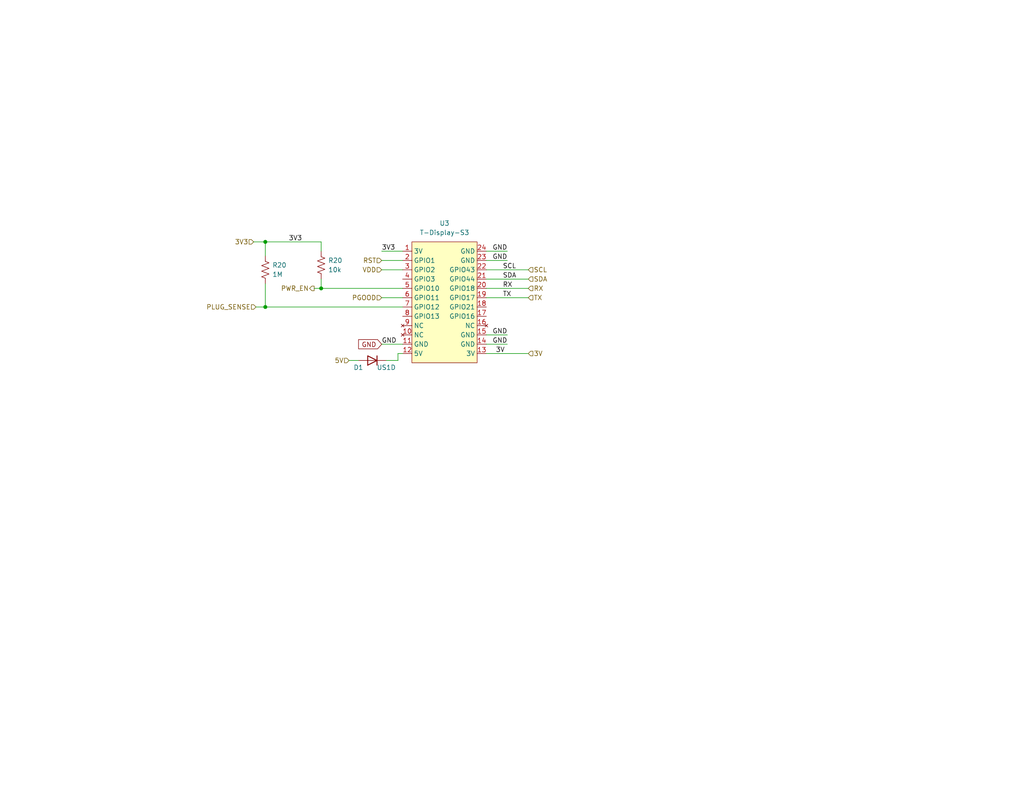
<source format=kicad_sch>
(kicad_sch (version 20230121) (generator eeschema)
  (paper "A")
  (title_block (title "NerdAxe") (rev "1.1"))
  (lib_symbols
    (symbol "Device:R_US" (pin_numbers hide) (pin_names (offset 0))
      (property "Reference" "R" (at 2.54 0 90))
      (property "Value" "R_US" (at -2.54 0 90))
      (symbol "R_US_0_1"
        (polyline (pts (xy 0 -2.286) (xy 0 -2.54)))
        (polyline (pts (xy 0 2.286) (xy 0 2.54)))
        (polyline (pts (xy 0 -0.762) (xy 1.016 -1.143) (xy 0 -1.524) (xy -1.016 -1.905) (xy 0 -2.286)))
        (polyline (pts (xy 0 0.762) (xy 1.016 0.381) (xy 0 0) (xy -1.016 -0.381) (xy 0 -0.762)))
        (polyline (pts (xy 0 2.286) (xy 1.016 1.905) (xy 0 1.524) (xy -1.016 1.143) (xy 0 0.762)))
      )
      (symbol "R_US_1_1"
        (pin passive line (at 0 3.81 270) (length 1.27) (name "~") (number "1"))
        (pin passive line (at 0 -3.81 90) (length 1.27) (name "~") (number "2"))
      )
    )
    (symbol "Diode:US1D" (pin_numbers hide) (pin_names hide)
      (property "Reference" "D" (at 0 2.54 0))
      (property "Value" "US1D" (at 0 -2.54 0))
      (symbol "US1D_0_1"
        (polyline (pts (xy -1.27 1.27) (xy -1.27 -1.27)) (stroke (width 0.254)))
        (polyline (pts (xy 1.27 0) (xy -1.27 0)))
        (polyline (pts (xy 1.27 1.27) (xy 1.27 -1.27) (xy -1.27 0) (xy 1.27 1.27)) (stroke (width 0.254)))
      )
      (symbol "US1D_1_1"
        (pin passive line (at -3.81 0 0) (length 2.54) (name "K") (number "1"))
        (pin passive line (at 3.81 0 180) (length 2.54) (name "A") (number "2"))
      )
    )
    (symbol "bitaxe:T-Display-S3"
      (property "Reference" "U" (at -21.59 -1.27 0))
      (property "Value" "T-Display-S3" (at -11.43 -36.83 0))
      (symbol "T-Display-S3_1_0"
        (pin power_in line (at -25.4 -5.08 0) (length 2.54) (name "3V") (number "1"))
        (pin no_connect line (at -25.4 -27.94 0) (length 2.54) (name "NC") (number "10"))
        (pin power_in line (at -25.4 -30.48 0) (length 2.54) (name "GND") (number "11"))
        (pin power_in line (at -25.4 -33.02 0) (length 2.54) (name "5V") (number "12"))
        (pin power_in line (at -2.54 -33.02 180) (length 2.54) (name "3V") (number "13"))
        (pin power_in line (at -2.54 -30.48 180) (length 2.54) (name "GND") (number "14"))
        (pin power_in line (at -2.54 -27.94 180) (length 2.54) (name "GND") (number "15"))
        (pin no_connect line (at -2.54 -25.4 180) (length 2.54) (name "NC") (number "16"))
        (pin bidirectional line (at -2.54 -22.86 180) (length 2.54) (name "GPIO16") (number "17"))
        (pin bidirectional line (at -2.54 -20.32 180) (length 2.54) (name "GPIO21") (number "18"))
        (pin bidirectional line (at -2.54 -17.78 180) (length 2.54) (name "GPIO17") (number "19"))
        (pin bidirectional line (at -25.4 -7.62 0) (length 2.54) (name "GPIO1") (number "2"))
        (pin bidirectional line (at -2.54 -15.24 180) (length 2.54) (name "GPIO18") (number "20"))
        (pin bidirectional line (at -25.4 -10.16 0) (length 2.54) (name "GPIO2") (number "3"))
        (pin bidirectional line (at -25.4 -12.7 0) (length 2.54) (name "GPIO3") (number "4"))
        (pin bidirectional line (at -25.4 -15.24 0) (length 2.54) (name "GPIO10") (number "5"))
        (pin input line (at -25.4 -17.78 0) (length 2.54) (name "GPIO11") (number "6"))
        (pin bidirectional line (at -25.4 -20.32 0) (length 2.54) (name "GPIO12") (number "7"))
        (pin bidirectional line (at -25.4 -22.86 0) (length 2.54) (name "GPIO13") (number "8"))
        (pin no_connect line (at -25.4 -25.4 0) (length 2.54) (name "NC") (number "9"))
      )
      (symbol "T-Display-S3_1_1"
        (rectangle (start -22.86 -2.54) (end -5.08 -35.56) (fill (type background)))
        (pin bidirectional line (at -2.54 -12.7 180) (length 2.54) (name "GPIO44") (number "21"))
        (pin bidirectional line (at -2.54 -10.16 180) (length 2.54) (name "GPIO43") (number "22"))
        (pin power_in line (at -2.54 -7.62 180) (length 2.54) (name "GND") (number "23"))
        (pin power_in line (at -2.54 -5.08 180) (length 2.54) (name "GND") (number "24"))
      )
    )
  )
  (junction (at 72.39 83.82))
  (junction (at 72.39 66.04))
  (junction (at 87.63 78.74))
  (wire (pts (xy 108.585 98.425) (xy 108.585 96.52)))
  (wire (pts (xy 105.41 98.425) (xy 108.585 98.425)))
  (wire (pts (xy 95.25 98.425) (xy 97.79 98.425)))
  (wire (pts (xy 87.63 76.2) (xy 87.63 78.74)))
  (wire (pts (xy 72.39 77.47) (xy 72.39 83.82)))
  (wire (pts (xy 72.39 66.04) (xy 72.39 69.85)))
  (wire (pts (xy 69.85 83.82) (xy 72.39 83.82)))
  (wire (pts (xy 72.39 66.04) (xy 87.63 66.04)))
  (wire (pts (xy 132.715 73.66) (xy 144.145 73.66)))
  (wire (pts (xy 104.14 73.66) (xy 109.855 73.66)))
  (wire (pts (xy 85.725 78.74) (xy 87.63 78.74)))
  (wire (pts (xy 132.715 91.44) (xy 138.43 91.44)))
  (wire (pts (xy 132.715 68.58) (xy 138.43 68.58)))
  (wire (pts (xy 87.63 78.74) (xy 109.855 78.74)))
  (wire (pts (xy 109.855 93.98) (xy 104.14 93.98)))
  (wire (pts (xy 132.715 78.74) (xy 144.145 78.74)))
  (wire (pts (xy 69.215 66.04) (xy 72.39 66.04)))
  (wire (pts (xy 132.715 93.98) (xy 138.43 93.98)))
  (wire (pts (xy 108.585 96.52) (xy 109.855 96.52)))
  (wire (pts (xy 87.63 68.58) (xy 87.63 66.04)))
  (wire (pts (xy 72.39 83.82) (xy 109.855 83.82)))
  (wire (pts (xy 132.715 76.2) (xy 144.145 76.2)))
  (wire (pts (xy 132.715 71.12) (xy 138.43 71.12)))
  (wire (pts (xy 132.715 81.28) (xy 144.145 81.28)))
  (wire (pts (xy 104.14 81.28) (xy 109.855 81.28)))
  (wire (pts (xy 132.715 96.52) (xy 144.145 96.52)))
  (wire (pts (xy 104.14 71.12) (xy 109.855 71.12)))
  (wire (pts (xy 104.14 68.58) (xy 109.855 68.58)))
  (label "SDA" (at 137.16 76.2 0))
  (label "GND" (at 138.43 91.44 180))
  (label "RX" (at 137.16 78.74 0))
  (label "3V3" (at 78.74 66.04 0))
  (label "GND" (at 138.43 68.58 180))
  (label "SCL" (at 137.16 73.66 0))
  (label "TX" (at 137.16 81.28 0))
  (label "3V" (at 135.255 96.52 0))
  (label "GND" (at 104.14 93.98 0))
  (label "GND" (at 138.43 93.98 180))
  (label "3V3" (at 104.14 68.58 0))
  (label "GND" (at 138.43 71.12 180))
  (global_label "GND" (shape input) (at 104.14 93.98 180) (property "Intersheetrefs" "${INTERSHEET_REFS}" (effects hide)))
  (hierarchical_label "5V" (shape input) (at 95.25 98.425 180))
  (hierarchical_label "TX" (shape input) (at 144.145 81.28 0))
  (hierarchical_label "VDD" (shape input) (at 104.14 73.66 180))
  (hierarchical_label "SDA" (shape input) (at 144.145 76.2 0))
  (hierarchical_label "SCL" (shape input) (at 144.145 73.66 0))
  (hierarchical_label "PLUG_SENSE" (shape input) (at 69.85 83.82 180))
  (hierarchical_label "3V" (shape input) (at 144.145 96.52 0))
  (hierarchical_label "PGOOD" (shape input) (at 104.14 81.28 180))
  (hierarchical_label "RST" (shape input) (at 104.14 71.12 180))
  (hierarchical_label "3V3" (shape input) (at 69.215 66.04 180))
  (hierarchical_label "PWR_EN" (shape output) (at 85.725 78.74 180))
  (hierarchical_label "RX" (shape input) (at 144.145 78.74 0))
  (symbol (lib_id "Diode:US1D") (at 101.6 98.425 180) (unit 1)
    (property "Reference" "D1" (at 97.79 100.33 0))
    (property "Value" "US1D" (at 105.41 100.33 0))
    (property "Footprint" "Diode_SMD:D_SMA" (effects hide))
    (property "Datasheet" "https://www.diodes.com/assets/Datasheets/ds16008.pdf" (effects hide))
    (property "Sim.Device" "D" (effects hide))
    (property "Sim.Pins" "1=K 2=A" (effects hide))
  )
  (symbol (lib_id "bitaxe:T-Display-S3") (at 135.255 63.5 0) (unit 1)
    (property "Reference" "U3" (at 121.285 60.96 0))
    (property "Value" "T-Display-S3" (at 121.285 63.5 0))
    (property "Footprint" "bitaxe:T-Display-S3" (effects hide))
  )
  (symbol (lib_id "Device:R_US") (at 72.39 73.66 0) (unit 1)
    (property "Reference" "R20" (at 74.295 72.39 0) (effects (justify left)))
    (property "Value" "1M" (at 74.295 74.93 0) (effects (justify left)))
    (property "Footprint" "Resistor_SMD:R_0402_1005Metric" (effects hide))
    (property "DK" "311-1.00MLRCT-ND" (effects hide))
    (property "PARTNO" "RC0402FR-071ML" (effects hide))
    (instances (project "esp32" (path "" (reference "R20") (unit 1))) (project "NerdAxe_ultra" (path "" (reference "R5") (unit 1))))
  )
  (symbol (lib_id "Device:R_US") (at 87.63 72.39 0) (unit 1)
    (property "Reference" "R20" (at 89.535 71.12 0) (effects (justify left)))
    (property "Value" "10k" (at 89.535 73.66 0) (effects (justify left)))
    (property "Footprint" "Resistor_SMD:R_0402_1005Metric" (effects hide))
    (property "DK" "311-10KJRCT-ND" (effects hide))
    (property "PARTNO" "RC0402JR-0710KL" (effects hide))
    (instances (project "esp32" (path "" (reference "R20") (unit 1))) (project "NerdAxe_ultra" (path "" (reference "R6") (unit 1))))
  )
)
</source>
